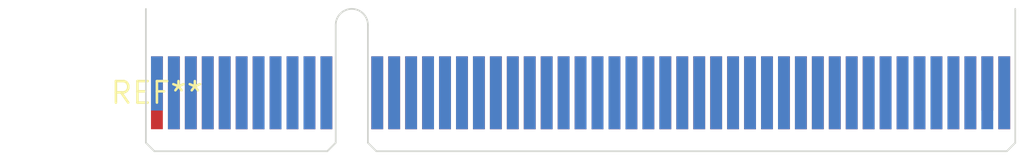
<source format=kicad_pcb>
(kicad_pcb (version 20240108) (generator pcbnew)
  (layers (0 "F.Cu" signal) (31 "B.Cu" signal) (34 "B.Paste" user) (35 "F.Paste" user) (36 "B.SilkS" user "B.Silkscreen") (37 "F.SilkS" user "F.Silkscreen") (38 "B.Mask" user) (39 "F.Mask" user) (44 "Edge.Cuts" user))
  (net 0 "")
  (footprint "BUS_PCIexpress_x8" (layer "F.Cu") (at 0 0)
    (property "Reference" "REF**")
    (property "Value" "BUS_PCIexpress_x8")
    (fp_line (start -0.65 -4.95) (end -0.65 2.95) (layer "Edge.Cuts") (stroke (width 0.1)))
    (fp_line (start -0.65 2.95) (end -0.15 3.45) (layer "Edge.Cuts") (stroke (width 0.1)))
    (fp_line (start -0.15 3.45) (end 10.05 3.45) (layer "Edge.Cuts") (stroke (width 0.1)))
    (fp_line (start 10.55 -4) (end 10.55 2.95) (layer "Edge.Cuts") (stroke (width 0.1)))
    (fp_line (start 10.55 2.95) (end 10.05 3.45) (layer "Edge.Cuts") (stroke (width 0.1)))
    (fp_line (start 12.45 -4) (end 12.45 2.95) (layer "Edge.Cuts") (stroke (width 0.1)))
    (fp_line (start 12.45 2.95) (end 12.95 3.45) (layer "Edge.Cuts") (stroke (width 0.1)))
    (fp_line (start 12.95 3.45) (end 50.15 3.45) (layer "Edge.Cuts") (stroke (width 0.1)))
    (fp_line (start 50.65 -4.95) (end 50.65 2.95) (layer "Edge.Cuts") (stroke (width 0.1)))
    (fp_line (start 50.65 2.95) (end 50.15 3.45) (layer "Edge.Cuts") (stroke (width 0.1)))
    (fp_arc (start 10.55 -4) (mid 11.5 -4.95) (end 12.45 -4) (layer "Edge.Cuts") (stroke (width 0.1)))
    (pad "A1" connect rect (at 0 -0.55) (size 0.7 3.2) (layers "B.Cu" "B.Mask"))
    (pad "A2" connect rect (at 1 0) (size 0.7 4.3) (layers "B.Cu" "B.Mask"))
    (pad "A3" connect rect (at 2 0) (size 0.7 4.3) (layers "B.Cu" "B.Mask"))
    (pad "A4" connect rect (at 3 0) (size 0.7 4.3) (layers "B.Cu" "B.Mask"))
    (pad "A5" connect rect (at 4 0) (size 0.7 4.3) (layers "B.Cu" "B.Mask"))
    (pad "A6" connect rect (at 5 0) (size 0.7 4.3) (layers "B.Cu" "B.Mask"))
    (pad "A7" connect rect (at 6 0) (size 0.7 4.3) (layers "B.Cu" "B.Mask"))
    (pad "A8" connect rect (at 7 0) (size 0.7 4.3) (layers "B.Cu" "B.Mask"))
    (pad "A9" connect rect (at 8 0) (size 0.7 4.3) (layers "B.Cu" "B.Mask"))
    (pad "A10" connect rect (at 9 0) (size 0.7 4.3) (layers "B.Cu" "B.Mask"))
    (pad "A11" connect rect (at 10 0) (size 0.7 4.3) (layers "B.Cu" "B.Mask"))
    (pad "A12" connect rect (at 13 0) (size 0.7 4.3) (layers "B.Cu" "B.Mask"))
    (pad "A13" connect rect (at 14 0) (size 0.7 4.3) (layers "B.Cu" "B.Mask"))
    (pad "A14" connect rect (at 15 0) (size 0.7 4.3) (layers "B.Cu" "B.Mask"))
    (pad "A15" connect rect (at 16 0) (size 0.7 4.3) (layers "B.Cu" "B.Mask"))
    (pad "A16" connect rect (at 17 0) (size 0.7 4.3) (layers "B.Cu" "B.Mask"))
    (pad "A17" connect rect (at 18 0) (size 0.7 4.3) (layers "B.Cu" "B.Mask"))
    (pad "A18" connect rect (at 19 0) (size 0.7 4.3) (layers "B.Cu" "B.Mask"))
    (pad "A19" connect rect (at 20 0) (size 0.7 4.3) (layers "B.Cu" "B.Mask"))
    (pad "A20" connect rect (at 21 0) (size 0.7 4.3) (layers "B.Cu" "B.Mask"))
    (pad "A21" connect rect (at 22 0) (size 0.7 4.3) (layers "B.Cu" "B.Mask"))
    (pad "A22" connect rect (at 23 0) (size 0.7 4.3) (layers "B.Cu" "B.Mask"))
    (pad "A23" connect rect (at 24 0) (size 0.7 4.3) (layers "B.Cu" "B.Mask"))
    (pad "A24" connect rect (at 25 0) (size 0.7 4.3) (layers "B.Cu" "B.Mask"))
    (pad "A25" connect rect (at 26 0) (size 0.7 4.3) (layers "B.Cu" "B.Mask"))
    (pad "A26" connect rect (at 27 0) (size 0.7 4.3) (layers "B.Cu" "B.Mask"))
    (pad "A27" connect rect (at 28 0) (size 0.7 4.3) (layers "B.Cu" "B.Mask"))
    (pad "A28" connect rect (at 29 0) (size 0.7 4.3) (layers "B.Cu" "B.Mask"))
    (pad "A29" connect rect (at 30 0) (size 0.7 4.3) (layers "B.Cu" "B.Mask"))
    (pad "A30" connect rect (at 31 0) (size 0.7 4.3) (layers "B.Cu" "B.Mask"))
    (pad "A31" connect rect (at 32 0) (size 0.7 4.3) (layers "B.Cu" "B.Mask"))
    (pad "A32" connect rect (at 33 0) (size 0.7 4.3) (layers "B.Cu" "B.Mask"))
    (pad "A33" connect rect (at 34 0) (size 0.7 4.3) (layers "B.Cu" "B.Mask"))
    (pad "A34" connect rect (at 35 0) (size 0.7 4.3) (layers "B.Cu" "B.Mask"))
    (pad "A35" connect rect (at 36 0) (size 0.7 4.3) (layers "B.Cu" "B.Mask"))
    (pad "A36" connect rect (at 37 0) (size 0.7 4.3) (layers "B.Cu" "B.Mask"))
    (pad "A37" connect rect (at 38 0) (size 0.7 4.3) (layers "B.Cu" "B.Mask"))
    (pad "A38" connect rect (at 39 0) (size 0.7 4.3) (layers "B.Cu" "B.Mask"))
    (pad "A39" connect rect (at 40 0) (size 0.7 4.3) (layers "B.Cu" "B.Mask"))
    (pad "A40" connect rect (at 41 0) (size 0.7 4.3) (layers "B.Cu" "B.Mask"))
    (pad "A41" connect rect (at 42 0) (size 0.7 4.3) (layers "B.Cu" "B.Mask"))
    (pad "A42" connect rect (at 43 0) (size 0.7 4.3) (layers "B.Cu" "B.Mask"))
    (pad "A43" connect rect (at 44 0) (size 0.7 4.3) (layers "B.Cu" "B.Mask"))
    (pad "A44" connect rect (at 45 0) (size 0.7 4.3) (layers "B.Cu" "B.Mask"))
    (pad "A45" connect rect (at 46 0) (size 0.7 4.3) (layers "B.Cu" "B.Mask"))
    (pad "A46" connect rect (at 47 0) (size 0.7 4.3) (layers "B.Cu" "B.Mask"))
    (pad "A47" connect rect (at 48 0) (size 0.7 4.3) (layers "B.Cu" "B.Mask"))
    (pad "A48" connect rect (at 49 0) (size 0.7 4.3) (layers "B.Cu" "B.Mask"))
    (pad "A49" connect rect (at 50 0) (size 0.7 4.3) (layers "B.Cu" "B.Mask"))
    (pad "B1" connect rect (at 0 0) (size 0.7 4.3) (layers "F.Cu" "F.Mask"))
    (pad "B2" connect rect (at 1 0) (size 0.7 4.3) (layers "F.Cu" "F.Mask"))
    (pad "B3" connect rect (at 2 0) (size 0.7 4.3) (layers "F.Cu" "F.Mask"))
    (pad "B4" connect rect (at 3 0) (size 0.7 4.3) (layers "F.Cu" "F.Mask"))
    (pad "B5" connect rect (at 4 0) (size 0.7 4.3) (layers "F.Cu" "F.Mask"))
    (pad "B6" connect rect (at 5 0) (size 0.7 4.3) (layers "F.Cu" "F.Mask"))
    (pad "B7" connect rect (at 6 0) (size 0.7 4.3) (layers "F.Cu" "F.Mask"))
    (pad "B8" connect rect (at 7 0) (size 0.7 4.3) (layers "F.Cu" "F.Mask"))
    (pad "B9" connect rect (at 8 0) (size 0.7 4.3) (layers "F.Cu" "F.Mask"))
    (pad "B10" connect rect (at 9 0) (size 0.7 4.3) (layers "F.Cu" "F.Mask"))
    (pad "B11" connect rect (at 10 0) (size 0.7 4.3) (layers "F.Cu" "F.Mask"))
    (pad "B12" connect rect (at 13 0) (size 0.7 4.3) (layers "F.Cu" "F.Mask"))
    (pad "B13" connect rect (at 14 0) (size 0.7 4.3) (layers "F.Cu" "F.Mask"))
    (pad "B14" connect rect (at 15 0) (size 0.7 4.3) (layers "F.Cu" "F.Mask"))
    (pad "B15" connect rect (at 16 0) (size 0.7 4.3) (layers "F.Cu" "F.Mask"))
    (pad "B16" connect rect (at 17 0) (size 0.7 4.3) (layers "F.Cu" "F.Mask"))
    (pad "B17" connect rect (at 18 0) (size 0.7 4.3) (layers "F.Cu" "F.Mask"))
    (pad "B18" connect rect (at 19 0) (size 0.7 4.3) (layers "F.Cu" "F.Mask"))
    (pad "B19" connect rect (at 20 0) (size 0.7 4.3) (layers "F.Cu" "F.Mask"))
    (pad "B20" connect rect (at 21 0) (size 0.7 4.3) (layers "F.Cu" "F.Mask"))
    (pad "B21" connect rect (at 22 0) (size 0.7 4.3) (layers "F.Cu" "F.Mask"))
    (pad "B22" connect rect (at 23 0) (size 0.7 4.3) (layers "F.Cu" "F.Mask"))
    (pad "B23" connect rect (at 24 0) (size 0.7 4.3) (layers "F.Cu" "F.Mask"))
    (pad "B24" connect rect (at 25 0) (size 0.7 4.3) (layers "F.Cu" "F.Mask"))
    (pad "B25" connect rect (at 26 0) (size 0.7 4.3) (layers "F.Cu" "F.Mask"))
    (pad "B26" connect rect (at 27 0) (size 0.7 4.3) (layers "F.Cu" "F.Mask"))
    (pad "B27" connect rect (at 28 0) (size 0.7 4.3) (layers "F.Cu" "F.Mask"))
    (pad "B28" connect rect (at 29 0) (size 0.7 4.3) (layers "F.Cu" "F.Mask"))
    (pad "B29" connect rect (at 30 0) (size 0.7 4.3) (layers "F.Cu" "F.Mask"))
    (pad "B30" connect rect (at 31 0) (size 0.7 4.3) (layers "F.Cu" "F.Mask"))
    (pad "B31" connect rect (at 32 0) (size 0.7 4.3) (layers "F.Cu" "F.Mask"))
    (pad "B32" connect rect (at 33 0) (size 0.7 4.3) (layers "F.Cu" "F.Mask"))
    (pad "B33" connect rect (at 34 0) (size 0.7 4.3) (layers "F.Cu" "F.Mask"))
    (pad "B34" connect rect (at 35 0) (size 0.7 4.3) (layers "F.Cu" "F.Mask"))
    (pad "B35" connect rect (at 36 0) (size 0.7 4.3) (layers "F.Cu" "F.Mask"))
    (pad "B36" connect rect (at 37 0) (size 0.7 4.3) (layers "F.Cu" "F.Mask"))
    (pad "B37" connect rect (at 38 0) (size 0.7 4.3) (layers "F.Cu" "F.Mask"))
    (pad "B38" connect rect (at 39 0) (size 0.7 4.3) (layers "F.Cu" "F.Mask"))
    (pad "B39" connect rect (at 40 0) (size 0.7 4.3) (layers "F.Cu" "F.Mask"))
    (pad "B40" connect rect (at 41 0) (size 0.7 4.3) (layers "F.Cu" "F.Mask"))
    (pad "B41" connect rect (at 42 0) (size 0.7 4.3) (layers "F.Cu" "F.Mask"))
    (pad "B42" connect rect (at 43 0) (size 0.7 4.3) (layers "F.Cu" "F.Mask"))
    (pad "B43" connect rect (at 44 0) (size 0.7 4.3) (layers "F.Cu" "F.Mask"))
    (pad "B44" connect rect (at 45 0) (size 0.7 4.3) (layers "F.Cu" "F.Mask"))
    (pad "B45" connect rect (at 46 0) (size 0.7 4.3) (layers "F.Cu" "F.Mask"))
    (pad "B46" connect rect (at 47 0) (size 0.7 4.3) (layers "F.Cu" "F.Mask"))
    (pad "B47" connect rect (at 48 0) (size 0.7 4.3) (layers "F.Cu" "F.Mask"))
    (pad "B48" connect rect (at 49 -0.55) (size 0.7 3.2) (layers "F.Cu" "F.Mask"))
    (pad "B49" connect rect (at 50 0) (size 0.7 4.3) (layers "F.Cu" "F.Mask"))
  )
)
</source>
